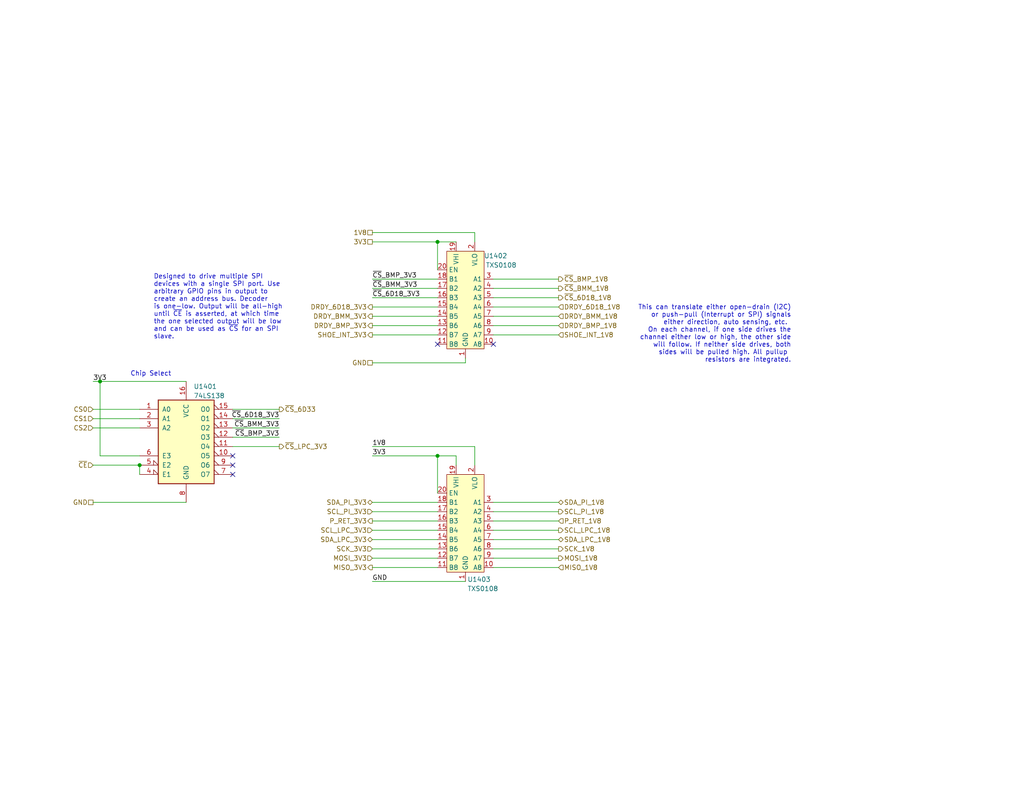
<source format=kicad_sch>
(kicad_sch (version 20211123) (generator eeschema)
  (paper "USLetter")
  (title_block (title "Rollercoasterometer") (date "2022-10-07") (company "Kwan Systems"))
  (lib_symbols
    (symbol "74xx:74LS138" (pin_names (offset 1.016))
      (property "Reference" "U" (at -7.62 11.43 0))
      (property "Value" "74LS138" (at -7.62 -13.97 0))
      (symbol "74LS138_1_0"
        (pin input line (at -12.7 7.62 0) (length 5.08) (name "A0") (number "1"))
        (pin output output_low (at 12.7 -5.08 180) (length 5.08) (name "O5") (number "10"))
        (pin output output_low (at 12.7 -2.54 180) (length 5.08) (name "O4") (number "11"))
        (pin output output_low (at 12.7 0 180) (length 5.08) (name "O3") (number "12"))
        (pin output output_low (at 12.7 2.54 180) (length 5.08) (name "O2") (number "13"))
        (pin output output_low (at 12.7 5.08 180) (length 5.08) (name "O1") (number "14"))
        (pin output output_low (at 12.7 7.62 180) (length 5.08) (name "O0") (number "15"))
        (pin power_in line (at 0 15.24 270) (length 5.08) (name "VCC") (number "16"))
        (pin input line (at -12.7 5.08 0) (length 5.08) (name "A1") (number "2"))
        (pin input line (at -12.7 2.54 0) (length 5.08) (name "A2") (number "3"))
        (pin input input_low (at -12.7 -10.16 0) (length 5.08) (name "E1") (number "4"))
        (pin input input_low (at -12.7 -7.62 0) (length 5.08) (name "E2") (number "5"))
        (pin input line (at -12.7 -5.08 0) (length 5.08) (name "E3") (number "6"))
        (pin output output_low (at 12.7 -10.16 180) (length 5.08) (name "O7") (number "7"))
        (pin power_in line (at 0 -17.78 90) (length 5.08) (name "GND") (number "8"))
        (pin output output_low (at 12.7 -7.62 180) (length 5.08) (name "O6") (number "9"))
      )
      (symbol "74LS138_1_1"
        (rectangle (start -7.62 10.16) (end 7.62 -12.7) (stroke (width 0.254)) (fill (type background)))
      )
    )
    (symbol "KwanSystems:LSF0108"
      (property "Reference" "U" (at -6.35 8.89 0))
      (property "Value" "LSF0108" (at 10.16 8.89 0))
      (symbol "LSF0108_0_1"
        (rectangle (start 5.08 10.16) (end -5.08 -16.51) (stroke (width 0.1524)) (fill (type background)))
      )
      (symbol "LSF0108_1_1"
        (pin power_in line (at 0 -19.05 90) (length 2.54) (name "GND") (number "1"))
        (pin bidirectional line (at -7.62 -15.24 0) (length 2.54) (name "A8") (number "10"))
        (pin bidirectional line (at 7.62 -15.24 180) (length 2.54) (name "B8") (number "11"))
        (pin bidirectional line (at 7.62 -12.7 180) (length 2.54) (name "B7") (number "12"))
        (pin bidirectional line (at 7.62 -10.16 180) (length 2.54) (name "B6") (number "13"))
        (pin bidirectional line (at 7.62 -7.62 180) (length 2.54) (name "B5") (number "14"))
        (pin bidirectional line (at 7.62 -5.08 180) (length 2.54) (name "B4") (number "15"))
        (pin bidirectional line (at 7.62 -2.54 180) (length 2.54) (name "B3") (number "16"))
        (pin bidirectional line (at 7.62 0 180) (length 2.54) (name "B2") (number "17"))
        (pin bidirectional line (at 7.62 2.54 180) (length 2.54) (name "B1") (number "18"))
        (pin power_in line (at 2.54 12.7 270) (length 2.54) (name "VHI") (number "19"))
        (pin power_in line (at -2.54 12.7 270) (length 2.54) (name "VLO") (number "2"))
        (pin input line (at 7.62 5.08 180) (length 2.54) (name "EN") (number "20"))
        (pin bidirectional line (at -7.62 2.54 0) (length 2.54) (name "A1") (number "3"))
        (pin bidirectional line (at -7.62 0 0) (length 2.54) (name "A2") (number "4"))
        (pin bidirectional line (at -7.62 -2.54 0) (length 2.54) (name "A3") (number "5"))
        (pin bidirectional line (at -7.62 -5.08 0) (length 2.54) (name "A4") (number "6"))
        (pin bidirectional line (at -7.62 -7.62 0) (length 2.54) (name "A5") (number "7"))
        (pin bidirectional line (at -7.62 -10.16 0) (length 2.54) (name "A6") (number "8"))
        (pin bidirectional line (at -7.62 -12.7 0) (length 2.54) (name "A7") (number "9"))
      )
    )
  )
  (junction (at 27.305 104.14))
  (junction (at 119.38 66.04))
  (junction (at 119.38 124.46))
  (junction (at 38.1 127))
  (no_connect (at 134.62 93.98))
  (no_connect (at 119.38 93.98))
  (no_connect (at 63.5 129.54))
  (no_connect (at 63.5 127))
  (no_connect (at 63.5 124.46))
  (wire (pts (xy 101.6 154.94) (xy 119.38 154.94)))
  (wire (pts (xy 152.4 81.28) (xy 134.62 81.28)))
  (wire (pts (xy 25.4 114.3) (xy 38.1 114.3)))
  (wire (pts (xy 63.5 111.76) (xy 76.2 111.76)))
  (wire (pts (xy 152.4 86.36) (xy 134.62 86.36)))
  (wire (pts (xy 134.62 149.86) (xy 152.4 149.86)))
  (wire (pts (xy 101.6 137.16) (xy 119.38 137.16)))
  (wire (pts (xy 119.38 86.36) (xy 101.6 86.36)))
  (wire (pts (xy 101.6 63.5) (xy 129.54 63.5)))
  (wire (pts (xy 63.5 119.38) (xy 76.2 119.38)))
  (wire (pts (xy 101.6 139.7) (xy 119.38 139.7)))
  (wire (pts (xy 119.38 91.44) (xy 101.6 91.44)))
  (wire (pts (xy 134.62 139.7) (xy 152.4 139.7)))
  (wire (pts (xy 101.6 158.75) (xy 127 158.75)))
  (wire (pts (xy 63.5 116.84) (xy 76.2 116.84)))
  (wire (pts (xy 152.4 88.9) (xy 134.62 88.9)))
  (wire (pts (xy 152.4 147.32) (xy 134.62 147.32)))
  (wire (pts (xy 127 97.79) (xy 127 99.06)))
  (wire (pts (xy 119.38 83.82) (xy 101.6 83.82)))
  (wire (pts (xy 152.4 76.2) (xy 134.62 76.2)))
  (wire (pts (xy 25.4 127) (xy 38.1 127)))
  (wire (pts (xy 101.6 124.46) (xy 119.38 124.46)))
  (wire (pts (xy 101.6 142.24) (xy 119.38 142.24)))
  (wire (pts (xy 134.62 152.4) (xy 152.4 152.4)))
  (wire (pts (xy 119.38 76.2) (xy 101.6 76.2)))
  (wire (pts (xy 119.38 66.04) (xy 119.38 73.66)))
  (wire (pts (xy 101.6 121.92) (xy 129.54 121.92)))
  (wire (pts (xy 63.5 114.3) (xy 76.2 114.3)))
  (wire (pts (xy 101.6 149.86) (xy 119.38 149.86)))
  (wire (pts (xy 101.6 66.04) (xy 119.38 66.04)))
  (wire (pts (xy 119.38 78.74) (xy 101.6 78.74)))
  (wire (pts (xy 134.62 137.16) (xy 152.4 137.16)))
  (wire (pts (xy 152.4 91.44) (xy 134.62 91.44)))
  (wire (pts (xy 25.4 111.76) (xy 38.1 111.76)))
  (wire (pts (xy 129.54 127) (xy 129.54 121.92)))
  (wire (pts (xy 25.4 116.84) (xy 38.1 116.84)))
  (wire (pts (xy 119.38 147.32) (xy 101.6 147.32)))
  (wire (pts (xy 25.4 104.14) (xy 27.305 104.14)))
  (wire (pts (xy 152.4 78.74) (xy 134.62 78.74)))
  (wire (pts (xy 101.6 152.4) (xy 119.38 152.4)))
  (wire (pts (xy 124.46 124.46) (xy 119.38 124.46)))
  (wire (pts (xy 124.46 66.04) (xy 119.38 66.04)))
  (wire (pts (xy 134.62 142.24) (xy 152.4 142.24)))
  (wire (pts (xy 27.305 104.14) (xy 27.305 124.46)))
  (wire (pts (xy 27.305 104.14) (xy 50.8 104.14)))
  (wire (pts (xy 63.5 121.92) (xy 76.2 121.92)))
  (wire (pts (xy 119.38 81.28) (xy 101.6 81.28)))
  (wire (pts (xy 119.38 88.9) (xy 101.6 88.9)))
  (wire (pts (xy 129.54 66.04) (xy 129.54 63.5)))
  (wire (pts (xy 101.6 144.78) (xy 119.38 144.78)))
  (wire (pts (xy 134.62 154.94) (xy 152.4 154.94)))
  (wire (pts (xy 119.38 124.46) (xy 119.38 134.62)))
  (wire (pts (xy 27.305 124.46) (xy 38.1 124.46)))
  (wire (pts (xy 134.62 144.78) (xy 152.4 144.78)))
  (wire (pts (xy 124.46 127) (xy 124.46 124.46)))
  (wire (pts (xy 38.1 127) (xy 38.1 129.54)))
  (wire (pts (xy 152.4 83.82) (xy 134.62 83.82)))
  (wire (pts (xy 101.6 99.06) (xy 127 99.06)))
  (wire (pts (xy 25.4 137.16) (xy 50.8 137.16)))
  (text "Designed to drive multiple SPI\ndevices with a single SPI port. Use\narbitrary GPIO pins in output to\ncreate an address bus. Decoder\nis one-low. Output will be all-high\nuntil ~{CE} is asserted, at which time\nthe one selected output will be low\nand can be used as ~{CS} for an SPI\nslave." (at 41.91 92.71 0) (effects (font (size 1.27 1.27)) (justify left bottom)))
  (text "This can translate either open-drain (I2C)\nor push-pull (Interrupt or SPI) signals\neither direction, auto sensing, etc. \nOn each channel, if one side drives the\nchannel either low or high, the other side\nwill follow. If neither side drives, both\nsides will be pulled high. All pullup \nresistors are integrated." (at 215.9 99.06 0) (effects (font (size 1.27 1.27)) (justify right bottom)))
  (text "Chip Select" (at 35.56 102.87 0) (effects (font (size 1.27 1.27)) (justify left bottom)))
  (label "~{CS}_6D18_3V3" (at 101.6 81.28 0))
  (label "~{CS}_BMM_3V3" (at 76.2 116.84 180))
  (label "~{CS}_6D18_3V3" (at 76.2 114.3 180))
  (label "3V3" (at 101.6 124.46 0))
  (label "~{CS}_BMM_3V3" (at 101.6 78.74 0))
  (label "~{CS}_BMP_3V3" (at 101.6 76.2 0))
  (label "GND" (at 101.6 158.75 0))
  (label "1V8" (at 101.6 121.92 0))
  (label "~{CS}_BMP_3V3" (at 76.2 119.38 180))
  (label "3V3" (at 25.4 104.14 0))
  (hierarchical_label "GND" (shape passive) (at 101.6 99.06 180))
  (hierarchical_label "3V3" (shape passive) (at 101.6 66.04 180))
  (hierarchical_label "DRDY_BMP_3V3" (shape output) (at 101.6 88.9 180))
  (hierarchical_label "~{CE}" (shape input) (at 25.4 127 180))
  (hierarchical_label "GND" (shape passive) (at 25.4 137.16 180))
  (hierarchical_label "~{CS}_LPC_3V3" (shape output) (at 76.2 121.92 0))
  (hierarchical_label "SDA_LPC_1V8" (shape bidirectional) (at 152.4 147.32 0))
  (hierarchical_label "CS0" (shape input) (at 25.4 111.76 180))
  (hierarchical_label "DRDY_BMP_1V8" (shape input) (at 152.4 88.9 0))
  (hierarchical_label "MOSI_3V3" (shape input) (at 101.6 152.4 180))
  (hierarchical_label "~{CS}_6D33" (shape output) (at 76.2 111.76 0))
  (hierarchical_label "MOSI_1V8" (shape output) (at 152.4 152.4 0))
  (hierarchical_label "P_RET_1V8" (shape input) (at 152.4 142.24 0))
  (hierarchical_label "SDA_LPC_3V3" (shape bidirectional) (at 101.6 147.32 180))
  (hierarchical_label "SDA_PI_1V8" (shape bidirectional) (at 152.4 137.16 0))
  (hierarchical_label "DRDY_BMM_3V3" (shape output) (at 101.6 86.36 180))
  (hierarchical_label "DRDY_6D18_1V8" (shape input) (at 152.4 83.82 0))
  (hierarchical_label "SCK_3V3" (shape input) (at 101.6 149.86 180))
  (hierarchical_label "SCL_LPC_1V8" (shape output) (at 152.4 144.78 0))
  (hierarchical_label "~{CS}_BMM_1V8" (shape output) (at 152.4 78.74 0))
  (hierarchical_label "MISO_1V8" (shape input) (at 152.4 154.94 0))
  (hierarchical_label "SDA_PI_3V3" (shape bidirectional) (at 101.6 137.16 180))
  (hierarchical_label "DRDY_6D18_3V3" (shape output) (at 101.6 83.82 180))
  (hierarchical_label "SCL_LPC_3V3" (shape input) (at 101.6 144.78 180))
  (hierarchical_label "DRDY_BMM_1V8" (shape input) (at 152.4 86.36 0))
  (hierarchical_label "SHOE_INT_3V3" (shape output) (at 101.6 91.44 180))
  (hierarchical_label "SCL_PI_3V3" (shape input) (at 101.6 139.7 180))
  (hierarchical_label "MISO_3V3" (shape output) (at 101.6 154.94 180))
  (hierarchical_label "CS1" (shape input) (at 25.4 114.3 180))
  (hierarchical_label "P_RET_3V3" (shape output) (at 101.6 142.24 180))
  (hierarchical_label "1V8" (shape passive) (at 101.6 63.5 180))
  (hierarchical_label "~{CS}_BMP_1V8" (shape output) (at 152.4 76.2 0))
  (hierarchical_label "SCL_PI_1V8" (shape output) (at 152.4 139.7 0))
  (hierarchical_label "SHOE_INT_1V8" (shape input) (at 152.4 91.44 0))
  (hierarchical_label "~{CS}_6D18_1V8" (shape output) (at 152.4 81.28 0))
  (hierarchical_label "CS2" (shape input) (at 25.4 116.84 180))
  (hierarchical_label "SCK_1V8" (shape output) (at 152.4 149.86 0))
  (symbol (lib_id "KwanSystems:LSF0108") (at 127 78.74 0) (mirror y) (unit 1)
    (property "Reference" "U1402" (at 138.43 69.85 0) (effects (justify left)))
    (property "Value" "TXS0108" (at 140.97 72.39 0) (effects (justify left)))
    (property "Footprint" "Package_SO:TSSOP-20_4.4x6.5mm_P0.65mm" (effects hide))
    (property "Digikey" "296-23011-1-ND" (effects hide))
    (property "Purpose" "Level shifter 3.3V<->1.8V" (effects hide))
    (property "Mouser" "595-TXS0108EPWR" (effects hide))
  )
  (symbol (lib_id "KwanSystems:LSF0108") (at 127 139.7 0) (mirror y) (unit 1)
    (property "Reference" "U1403" (at 127.5206 158.1896 0) (effects (justify right)))
    (property "Value" "TXS0108" (at 127.5206 160.7265 0) (effects (justify right)))
    (property "Footprint" "Package_SO:TSSOP-20_4.4x6.5mm_P0.65mm" (effects hide))
    (property "Digikey" "296-23011-1-ND" (effects hide))
    (property "Purpose" "Level shifter 3.3V<->1.8V" (effects hide))
    (property "Mouser" "595-TXS0108EPWR" (effects hide))
  )
  (symbol (lib_id "74xx:74LS138") (at 50.8 119.38 0) (unit 1)
    (property "Reference" "U1401" (at 52.8194 105.5202 0) (effects (justify left)))
    (property "Value" "74LS138" (at 52.8194 108.0571 0) (effects (justify left)))
    (property "Footprint" "Package_SO:TSSOP-16_4.4x5mm_P0.65mm" (effects hide))
    (property "Datasheet" "http://www.ti.com/lit/gpn/sn74LS138" (effects hide))
    (property "Mouser" "771-74LVC138APW-T" (effects hide))
    (property "Purpose" "SPI Chip Select Decoder" (effects hide))
  )
)
</source>
